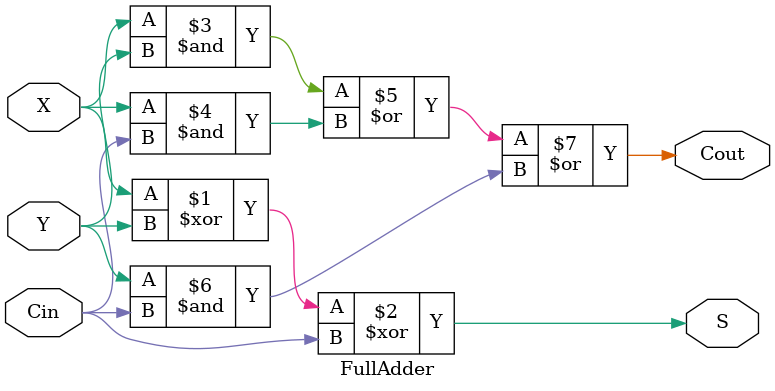
<source format=v>
module FullAdder(X,Y,Cin,S,Cout);
input X,Y,Cin;
output S,Cout;

assign S=X^Y^Cin;
assign Cout=(X&Y)|(X&Cin)|(Y&Cin);

endmodule

</source>
